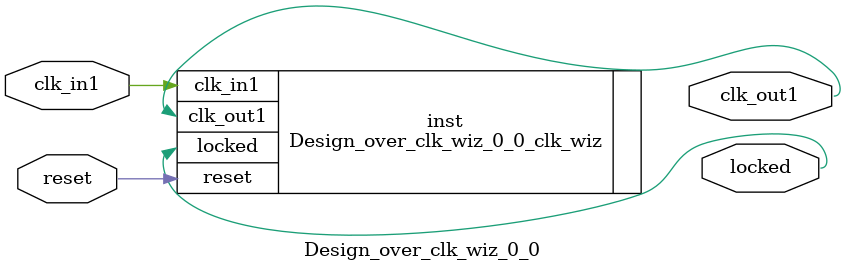
<source format=v>


`timescale 1ps/1ps

(* CORE_GENERATION_INFO = "Design_over_clk_wiz_0_0,clk_wiz_v6_0_11_0_0,{component_name=Design_over_clk_wiz_0_0,use_phase_alignment=true,use_min_o_jitter=false,use_max_i_jitter=false,use_dyn_phase_shift=false,use_inclk_switchover=false,use_dyn_reconfig=false,enable_axi=0,feedback_source=FDBK_AUTO,PRIMITIVE=MMCM,num_out_clk=1,clkin1_period=8.000,clkin2_period=10.000,use_power_down=false,use_reset=true,use_locked=true,use_inclk_stopped=false,feedback_type=SINGLE,CLOCK_MGR_TYPE=NA,manual_override=false}" *)

module Design_over_clk_wiz_0_0 
 (
  // Clock out ports
  output        clk_out1,
  // Status and control signals
  input         reset,
  output        locked,
 // Clock in ports
  input         clk_in1
 );

  Design_over_clk_wiz_0_0_clk_wiz inst
  (
  // Clock out ports  
  .clk_out1(clk_out1),
  // Status and control signals               
  .reset(reset), 
  .locked(locked),
 // Clock in ports
  .clk_in1(clk_in1)
  );

endmodule

</source>
